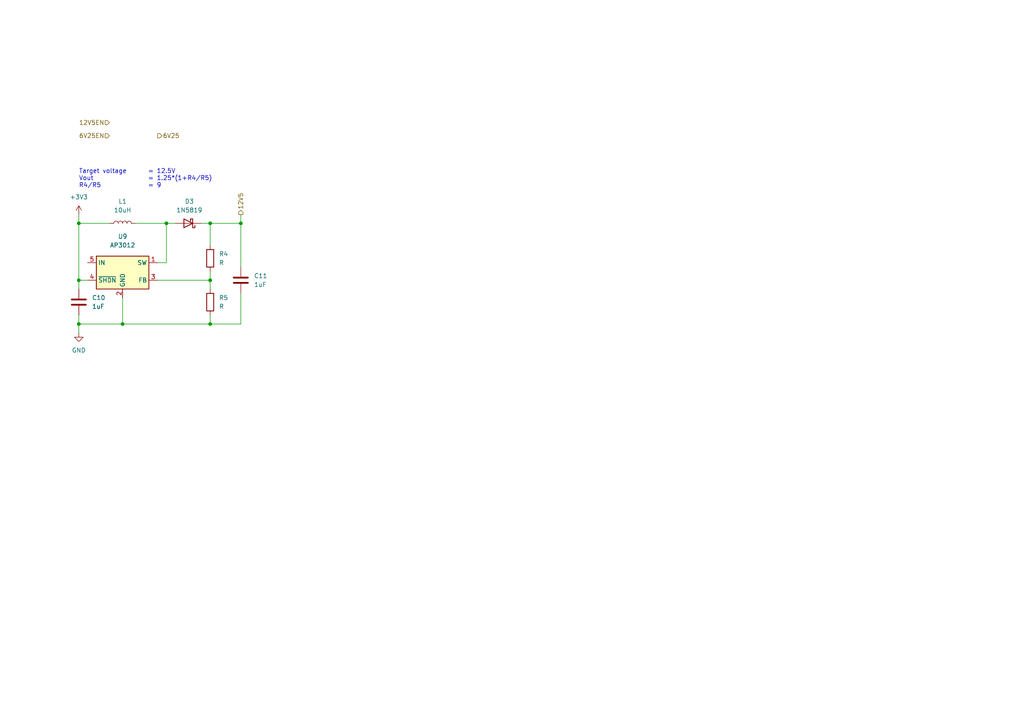
<source format=kicad_sch>
(kicad_sch (version 20211123) (generator eeschema)
  (paper "A4")
  (lib_symbols
    (symbol "Device:C" (pin_numbers hide) (pin_names (offset 0.254))
      (property "Reference" "C" (at 0.635 2.54 0))
      (property "Value" "C" (at 0.635 -2.54 0))
      (symbol "C_0_1"
        (polyline (pts (xy -2.032 -0.762) (xy 2.032 -0.762)) (stroke (width 0.508)))
        (polyline (pts (xy -2.032 0.762) (xy 2.032 0.762)) (stroke (width 0.508)))
      )
      (symbol "C_1_1"
        (pin passive line (at 0 3.81 270) (length 2.794) (name "~") (number "1"))
        (pin passive line (at 0 -3.81 90) (length 2.794) (name "~") (number "2"))
      )
    )
    (symbol "Device:L" (pin_numbers hide) (pin_names (offset 1.016) hide)
      (property "Reference" "L" (at -1.27 0 90))
      (property "Value" "L" (at 1.905 0 90))
      (symbol "L_0_1"
        (arc (start 0 -2.54) (mid 0.635 -1.905) (end 0 -1.27))
        (arc (start 0 -1.27) (mid 0.635 -0.635) (end 0 0))
        (arc (start 0 0) (mid 0.635 0.635) (end 0 1.27))
        (arc (start 0 1.27) (mid 0.635 1.905) (end 0 2.54))
      )
      (symbol "L_1_1"
        (pin passive line (at 0 3.81 270) (length 1.27) (name "1") (number "1"))
        (pin passive line (at 0 -3.81 90) (length 1.27) (name "2") (number "2"))
      )
    )
    (symbol "Device:R" (pin_numbers hide) (pin_names (offset 0))
      (property "Reference" "R" (at 2.032 0 90))
      (property "Value" "R" (at 0 0 90))
      (symbol "R_0_1"
        (rectangle (start -1.016 -2.54) (end 1.016 2.54) (stroke (width 0.254)))
      )
      (symbol "R_1_1"
        (pin passive line (at 0 3.81 270) (length 1.27) (name "~") (number "1"))
        (pin passive line (at 0 -3.81 90) (length 1.27) (name "~") (number "2"))
      )
    )
    (symbol "Diode:1N5819" (pin_numbers hide) (pin_names (offset 1.016) hide)
      (property "Reference" "D" (at 0 2.54 0))
      (property "Value" "1N5819" (at 0 -2.54 0))
      (symbol "1N5819_0_1"
        (polyline (pts (xy 1.27 0) (xy -1.27 0)))
        (polyline (pts (xy 1.27 1.27) (xy 1.27 -1.27) (xy -1.27 0) (xy 1.27 1.27)) (stroke (width 0.254)))
        (polyline (pts (xy -1.905 0.635) (xy -1.905 1.27) (xy -1.27 1.27) (xy -1.27 -1.27) (xy -0.635 -1.27) (xy -0.635 -0.635)) (stroke (width 0.254)))
      )
      (symbol "1N5819_1_1"
        (pin passive line (at -3.81 0 0) (length 2.54) (name "K") (number "1"))
        (pin passive line (at 3.81 0 180) (length 2.54) (name "A") (number "2"))
      )
    )
    (symbol "Regulator_Switching:AP3012"
      (property "Reference" "U" (at -7.62 5.715 0))
      (property "Value" "AP3012" (at 0 5.715 0))
      (symbol "AP3012_0_1"
        (rectangle (start -7.62 4.445) (end 7.62 -5.08) (stroke (width 0.254)) (fill (type background)))
      )
      (symbol "AP3012_1_1"
        (pin passive line (at 10.16 2.54 180) (length 2.54) (name "SW") (number "1"))
        (pin power_in line (at 0 -7.62 90) (length 2.54) (name "GND") (number "2"))
        (pin input line (at 10.16 -2.54 180) (length 2.54) (name "FB") (number "3"))
        (pin input line (at -10.16 -2.54 0) (length 2.54) (name "~{SHDN}") (number "4"))
        (pin power_in line (at -10.16 2.54 0) (length 2.54) (name "IN") (number "5"))
      )
    )
    (symbol "power:+3V3" (power) (pin_names (offset 0))
      (property "Value" "+3V3" (at 0 3.556 0))
      (symbol "+3V3_0_1"
        (polyline (pts (xy -0.762 1.27) (xy 0 2.54)))
        (polyline (pts (xy 0 0) (xy 0 2.54)))
        (polyline (pts (xy 0 2.54) (xy 0.762 1.27)))
      )
      (symbol "+3V3_1_1"
        (pin power_in line (at 0 0 90) (length 0) hide (name "+3V3") (number "1"))
      )
    )
    (symbol "power:GND" (power) (pin_names (offset 0))
      (property "Value" "GND" (at 0 -3.81 0))
      (symbol "GND_0_1"
        (polyline (pts (xy 0 0) (xy 0 -1.27) (xy 1.27 -1.27) (xy 0 -2.54) (xy -1.27 -1.27) (xy 0 -1.27)))
      )
      (symbol "GND_1_1"
        (pin power_in line (at 0 0 270) (length 0) hide (name "GND") (number "1"))
      )
    )
  )
  (junction (at 35.56 93.98))
  (junction (at 22.86 64.77))
  (junction (at 48.26 64.77))
  (junction (at 60.96 81.28))
  (junction (at 69.85 64.77))
  (junction (at 22.86 81.28))
  (junction (at 22.86 93.98))
  (junction (at 60.96 64.77))
  (junction (at 60.96 93.98))
  (wire (pts (xy 60.96 91.44) (xy 60.96 93.98)))
  (wire (pts (xy 22.86 93.98) (xy 35.56 93.98)))
  (wire (pts (xy 22.86 83.82) (xy 22.86 81.28)))
  (wire (pts (xy 48.26 76.2) (xy 48.26 64.77)))
  (wire (pts (xy 22.86 64.77) (xy 22.86 81.28)))
  (wire (pts (xy 22.86 91.44) (xy 22.86 93.98)))
  (wire (pts (xy 50.8 64.77) (xy 48.26 64.77)))
  (wire (pts (xy 22.86 93.98) (xy 22.86 96.52)))
  (wire (pts (xy 22.86 81.28) (xy 25.4 81.28)))
  (wire (pts (xy 48.26 76.2) (xy 45.72 76.2)))
  (wire (pts (xy 60.96 81.28) (xy 60.96 83.82)))
  (wire (pts (xy 60.96 81.28) (xy 60.96 78.74)))
  (wire (pts (xy 69.85 62.23) (xy 69.85 64.77)))
  (wire (pts (xy 60.96 93.98) (xy 35.56 93.98)))
  (wire (pts (xy 22.86 62.23) (xy 22.86 64.77)))
  (wire (pts (xy 35.56 86.36) (xy 35.56 93.98)))
  (wire (pts (xy 48.26 64.77) (xy 39.37 64.77)))
  (wire (pts (xy 69.85 93.98) (xy 60.96 93.98)))
  (wire (pts (xy 60.96 64.77) (xy 58.42 64.77)))
  (wire (pts (xy 69.85 77.47) (xy 69.85 64.77)))
  (wire (pts (xy 45.72 81.28) (xy 60.96 81.28)))
  (wire (pts (xy 31.75 64.77) (xy 22.86 64.77)))
  (wire (pts (xy 69.85 64.77) (xy 60.96 64.77)))
  (wire (pts (xy 69.85 85.09) (xy 69.85 93.98)))
  (wire (pts (xy 60.96 71.12) (xy 60.96 64.77)))
  (text "Target voltage	= 12.5V\nVout			= 1.25*(1+R4/R5)\nR4/R5			= 9" (at 22.86 54.61 0) (effects (font (size 1.27 1.27)) (justify left bottom)))
  (hierarchical_label "12V5EN" (shape input) (at 31.75 35.56 180))
  (hierarchical_label "6V25" (shape output) (at 45.72 39.37 0))
  (hierarchical_label "12V5" (shape output) (at 69.85 62.23 90))
  (hierarchical_label "6V25EN" (shape input) (at 31.75 39.37 180))
  (symbol (lib_id "power:GND") (at 22.86 96.52 0) (unit 1)
    (property "Reference" "#PWR0109" (effects hide))
    (property "Value" "GND" (at 22.86 101.6 0))
  )
  (symbol (lib_id "Device:C") (at 69.85 81.28 180) (unit 1)
    (property "Reference" "C11" (at 73.66 80.0099 0) (effects (justify right)))
    (property "Value" "1uF" (at 73.66 82.5499 0) (effects (justify right)))
    (property "Footprint" "Capacitor_THT:C_Disc_D3.0mm_W1.6mm_P2.50mm" (effects hide))
  )
  (symbol (lib_id "Device:C") (at 22.86 87.63 180) (unit 1)
    (property "Reference" "C10" (at 26.67 86.3599 0) (effects (justify right)))
    (property "Value" "1uF" (at 26.67 88.8999 0) (effects (justify right)))
    (property "Footprint" "Capacitor_THT:C_Disc_D3.0mm_W1.6mm_P2.50mm" (effects hide))
  )
  (symbol (lib_id "Device:L") (at 35.56 64.77 90) (unit 1)
    (property "Reference" "L1" (at 35.56 58.42 90))
    (property "Value" "10uH" (at 35.56 60.96 90))
    (property "Footprint" "Inductor_SMD:L_0805_2012Metric" (effects hide))
  )
  (symbol (lib_id "Regulator_Switching:AP3012") (at 35.56 78.74 0) (unit 1)
    (property "Reference" "U9" (at 35.56 68.58 0))
    (property "Value" "AP3012" (at 35.56 71.12 0))
    (property "Footprint" "Package_TO_SOT_SMD:SOT-23-5" (effects hide))
    (property "Datasheet" "https://www.diodes.com/assets/Datasheets/AP3012.pdf" (effects hide))
  )
  (symbol (lib_id "Device:R") (at 60.96 87.63 0) (unit 1)
    (property "Reference" "R5" (at 63.5 86.3599 0) (effects (justify left)))
    (property "Value" "R" (at 63.5 88.8999 0) (effects (justify left)))
    (property "Footprint" "Resistor_THT:R_Axial_DIN0207_L6.3mm_D2.5mm_P7.62mm_Horizontal" (effects hide))
  )
  (symbol (lib_id "Diode:1N5819") (at 54.61 64.77 180) (unit 1)
    (property "Reference" "D3" (at 54.9275 58.42 0))
    (property "Value" "1N5819" (at 54.9275 60.96 0))
    (property "Footprint" "Diode_THT:D_DO-41_SOD81_P10.16mm_Horizontal" (effects hide))
    (property "Datasheet" "http://www.vishay.com/docs/88525/1n5817.pdf" (effects hide))
  )
  (symbol (lib_id "power:+3V3") (at 22.86 62.23 0) (unit 1)
    (property "Reference" "#PWR0108" (effects hide))
    (property "Value" "+3V3" (at 22.86 57.15 0))
  )
  (symbol (lib_id "Device:R") (at 60.96 74.93 0) (unit 1)
    (property "Reference" "R4" (at 63.5 73.6599 0) (effects (justify left)))
    (property "Value" "R" (at 63.5 76.1999 0) (effects (justify left)))
    (property "Footprint" "Resistor_THT:R_Axial_DIN0207_L6.3mm_D2.5mm_P7.62mm_Horizontal" (effects hide))
  )
)
</source>
